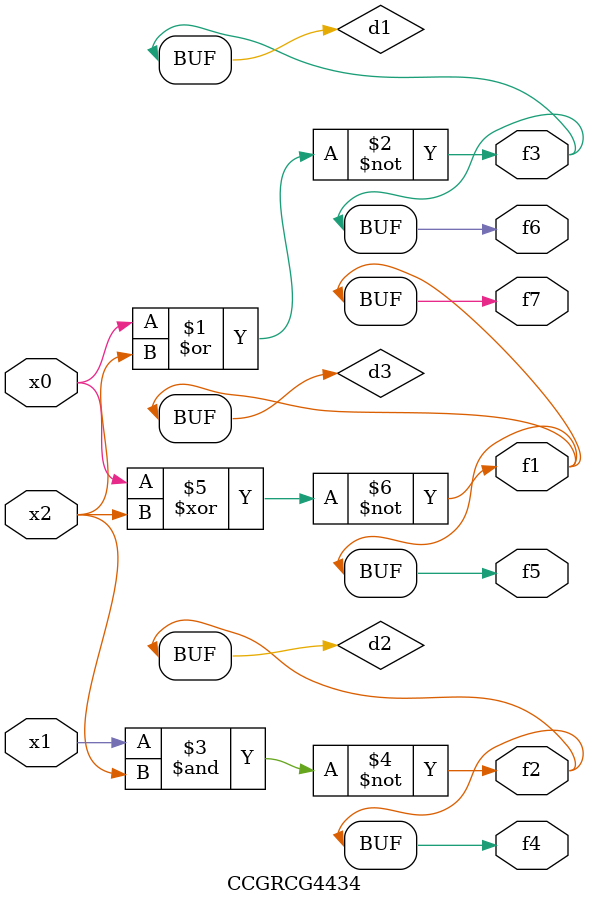
<source format=v>
module CCGRCG4434(
	input x0, x1, x2,
	output f1, f2, f3, f4, f5, f6, f7
);

	wire d1, d2, d3;

	nor (d1, x0, x2);
	nand (d2, x1, x2);
	xnor (d3, x0, x2);
	assign f1 = d3;
	assign f2 = d2;
	assign f3 = d1;
	assign f4 = d2;
	assign f5 = d3;
	assign f6 = d1;
	assign f7 = d3;
endmodule

</source>
